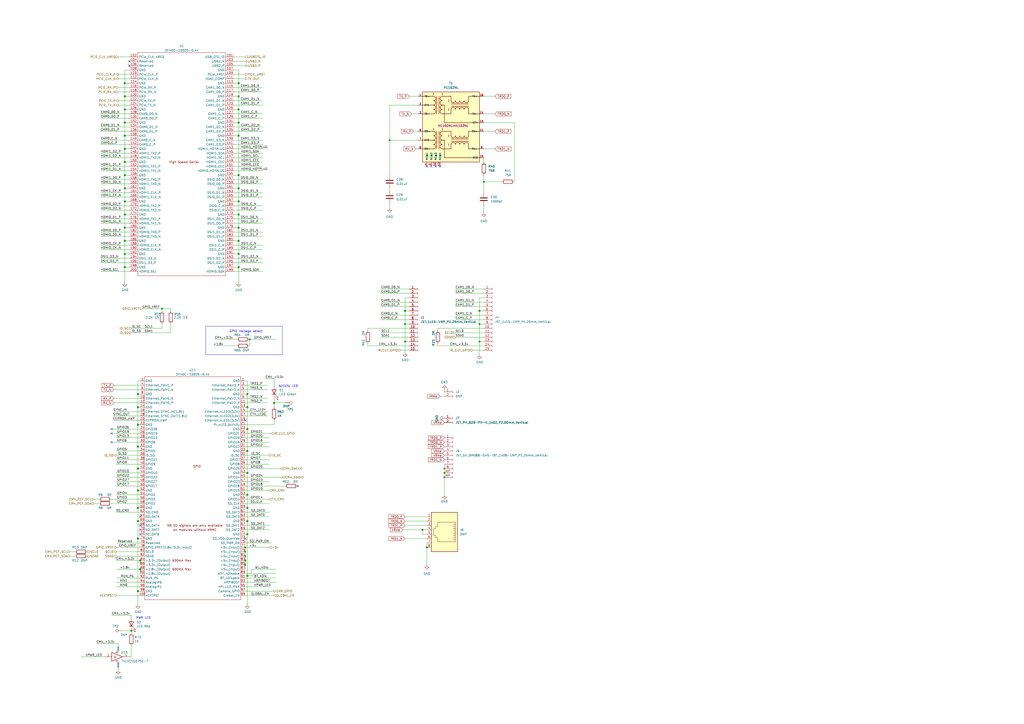
<source format=kicad_sch>
(kicad_sch (version 20231120) (generator "eeschema") (generator_version "8.0")
  (paper "A2")
  (junction (at 142.24 325.12))
  (junction (at 72.39 101.6) (diameter 1.016))
  (junction (at 72.39 139.7) (diameter 1.016))
  (junction (at 278.13 180.34) (diameter 1.016))
  (junction (at 72.39 93.98) (diameter 1.016))
  (junction (at 138.43 139.7) (diameter 1.016))
  (junction (at 234.95 187.96))
  (junction (at 72.39 78.74) (diameter 1.016))
  (junction (at 142.24 317.5))
  (junction (at 72.39 55.88) (diameter 1.016))
  (junction (at 138.43 101.6) (diameter 1.016))
  (junction (at 76.2 365.887) (diameter 1.016))
  (junction (at 143.51 309.88) (diameter 1.016))
  (junction (at 143.51 294.64) (diameter 1.016))
  (junction (at 159.004 233.68) (diameter 1.016))
  (junction (at 72.39 124.46) (diameter 1.016))
  (junction (at 143.51 287.02) (diameter 1.016))
  (junction (at 93.98 179.07))
  (junction (at 138.43 154.94) (diameter 1.016))
  (junction (at 143.51 302.26) (diameter 1.016))
  (junction (at 80.01 284.48) (diameter 1.016))
  (junction (at 72.39 109.22) (diameter 1.016))
  (junction (at 143.51 248.92) (diameter 1.016))
  (junction (at 280.67 105.41))
  (junction (at 80.01 271.78) (diameter 1.016))
  (junction (at 138.43 116.84) (diameter 1.016))
  (junction (at 138.43 147.32) (diameter 1.016))
  (junction (at 81.28 330.2) (diameter 1.016))
  (junction (at 81.28 325.12))
  (junction (at 72.39 154.94) (diameter 1.016))
  (junction (at 72.39 132.08) (diameter 1.016))
  (junction (at 138.43 78.74) (diameter 1.016))
  (junction (at 245.11 307.34))
  (junction (at 142.24 322.58))
  (junction (at 72.39 147.32) (diameter 1.016))
  (junction (at 138.43 48.26) (diameter 1.016))
  (junction (at 257.81 276.86))
  (junction (at 80.01 246.38) (diameter 1.016))
  (junction (at 138.43 63.5) (diameter 1.016))
  (junction (at 143.51 274.32) (diameter 1.016))
  (junction (at 80.01 294.64) (diameter 1.016))
  (junction (at 138.43 71.12) (diameter 1.016))
  (junction (at 138.43 132.08) (diameter 1.016))
  (junction (at 257.81 274.32))
  (junction (at 80.01 302.26) (diameter 1.016))
  (junction (at 138.43 109.22) (diameter 1.016))
  (junction (at 138.43 55.88) (diameter 1.016))
  (junction (at 142.24 327.66))
  (junction (at 72.39 48.26) (diameter 1.016))
  (junction (at 143.51 236.22) (diameter 1.016))
  (junction (at 234.95 180.34) (diameter 1.016))
  (junction (at 142.24 320.04))
  (junction (at 80.01 259.08) (diameter 1.016))
  (junction (at 143.51 261.62) (diameter 1.016))
  (junction (at 234.95 198.12))
  (junction (at 143.51 334.01) (diameter 1.016))
  (junction (at 138.43 124.46) (diameter 1.016))
  (junction (at 144.78 196.85) (diameter 1.016))
  (junction (at 278.13 187.96))
  (junction (at 80.01 228.6) (diameter 1.016))
  (junction (at 80.01 236.22) (diameter 1.016))
  (junction (at 72.39 116.84) (diameter 1.016))
  (junction (at 257.81 271.78))
  (junction (at 72.39 63.5) (diameter 1.016))
  (junction (at 278.13 198.12))
  (junction (at 247.65 317.5))
  (junction (at 80.01 312.42) (diameter 1.016))
  (junction (at 72.39 71.12) (diameter 1.016))
  (junction (at 226.06 81.28))
  (junction (at 143.51 228.6) (diameter 1.016))
  (junction (at 72.39 86.36) (diameter 1.016))
  (junction (at 80.01 342.9) (diameter 1.016))
  (no_connect (at 252.73 96.52))
  (no_connect (at 74.93 38.1))
  (no_connect (at 142.24 243.84))
  (no_connect (at 81.28 304.8))
  (no_connect (at 250.19 96.52))
  (no_connect (at 81.28 307.34))
  (no_connect (at 74.93 35.56))
  (no_connect (at 255.27 96.52))
  (no_connect (at 142.24 312.42))
  (no_connect (at 64.77 248.92))
  (no_connect (at 64.77 251.46))
  (no_connect (at 81.28 309.88))
  (no_connect (at 172.72 281.94))
  (no_connect (at 81.28 299.72))
  (no_connect (at 64.77 256.54))
  (no_connect (at 247.65 96.52))
  (wire (pts (xy 234.95 198.12) (xy 237.49 198.12)))
  (wire (pts (xy 159.004 223.52) (xy 159.004 219.71)))
  (wire (pts (xy 226.06 81.28) (xy 226.06 101.6)))
  (wire (pts (xy 142.24 238.76) (xy 155.194 238.76)))
  (wire (pts (xy 264.16 185.42) (xy 280.67 185.42)))
  (wire (pts (xy 135.89 116.84) (xy 138.43 116.84)))
  (wire (pts (xy 135.89 48.26) (xy 138.43 48.26)))
  (wire (pts (xy 68.58 45.72) (xy 74.93 45.72)))
  (wire (pts (xy 66.04 233.68) (xy 81.28 233.68)))
  (wire (pts (xy 135.89 38.1) (xy 142.24 38.1)))
  (wire (pts (xy 220.98 185.42) (xy 237.49 185.42)))
  (wire (pts (xy 142.24 226.06) (xy 155.194 226.06)))
  (wire (pts (xy 135.89 132.08) (xy 138.43 132.08)))
  (wire (pts (xy 67.31 297.18) (xy 81.28 297.18)))
  (wire (pts (xy 67.564 335.28) (xy 81.28 335.28)))
  (wire (pts (xy 280.67 105.41) (xy 280.67 111.76)))
  (wire (pts (xy 142.24 281.94) (xy 165.1 281.94)))
  (wire (pts (xy 138.43 40.64) (xy 135.89 40.64)))
  (wire (pts (xy 135.89 88.9) (xy 152.4 88.9)))
  (wire (pts (xy 76.2 374.65) (xy 76.2 381)))
  (wire (pts (xy 76.2 381) (xy 74.93 381)))
  (wire (pts (xy 76.2 365.887) (xy 76.2 367.03)))
  (wire (pts (xy 156.21 292.1) (xy 142.24 292.1)))
  (wire (pts (xy 81.28 236.22) (xy 80.01 236.22)))
  (wire (pts (xy 257.81 274.32) (xy 257.81 276.86)))
  (wire (pts (xy 67.31 279.4) (xy 81.28 279.4)))
  (wire (pts (xy 234.95 180.34) (xy 237.49 180.34)))
  (wire (pts (xy 68.58 33.02) (xy 74.93 33.02)))
  (wire (pts (xy 76.2 358.14) (xy 76.2 356.87)))
  (wire (pts (xy 234.95 312.42) (xy 247.65 312.42)))
  (wire (pts (xy 220.98 182.88) (xy 237.49 182.88)))
  (wire (pts (xy 80.01 271.78) (xy 80.01 284.48)))
  (wire (pts (xy 152.4 127) (xy 135.89 127)))
  (wire (pts (xy 135.89 66.04) (xy 152.4 66.04)))
  (wire (pts (xy 58.42 106.68) (xy 74.93 106.68)))
  (wire (pts (xy 135.89 101.6) (xy 138.43 101.6)))
  (wire (pts (xy 234.95 187.96) (xy 237.49 187.96)))
  (polyline (pts (xy 119.38 205.74) (xy 124.46 205.74)) (stroke (width 0) (type solid)))
  (wire (pts (xy 138.43 63.5) (xy 138.43 55.88)))
  (wire (pts (xy 143.51 302.26) (xy 143.51 309.88)))
  (wire (pts (xy 135.89 78.74) (xy 138.43 78.74)))
  (wire (pts (xy 74.93 154.94) (xy 72.39 154.94)))
  (wire (pts (xy 242.57 60.96) (xy 226.06 60.96)))
  (wire (pts (xy 237.49 193.04) (xy 220.98 193.04)))
  (wire (pts (xy 142.24 302.26) (xy 143.51 302.26)))
  (wire (pts (xy 72.39 109.22) (xy 74.93 109.22)))
  (wire (pts (xy 142.24 340.36) (xy 156.21 340.36)))
  (wire (pts (xy 80.01 302.26) (xy 80.01 312.42)))
  (wire (pts (xy 226.06 60.96) (xy 226.06 81.28)))
  (wire (pts (xy 213.36 190.5) (xy 237.49 190.5)))
  (wire (pts (xy 247.65 314.96) (xy 247.65 317.5)))
  (wire (pts (xy 143.51 274.32) (xy 143.51 287.02)))
  (wire (pts (xy 142.24 314.96) (xy 157.48 314.96)))
  (wire (pts (xy 142.24 317.5) (xy 142.24 320.04)))
  (wire (pts (xy 280.67 101.6) (xy 280.67 105.41)))
  (wire (pts (xy 142.24 307.34) (xy 156.21 307.34)))
  (wire (pts (xy 135.89 114.3) (xy 152.4 114.3)))
  (wire (pts (xy 135.89 142.24) (xy 152.4 142.24)))
  (wire (pts (xy 67.31 274.32) (xy 81.28 274.32)))
  (wire (pts (xy 232.41 203.2) (xy 237.49 203.2)))
  (wire (pts (xy 142.24 325.12) (xy 142.24 327.66)))
  (wire (pts (xy 72.39 116.84) (xy 74.93 116.84)))
  (wire (pts (xy 67.7672 314.96) (xy 81.28 314.96)))
  (wire (pts (xy 138.43 78.74) (xy 138.43 71.12)))
  (wire (pts (xy 58.42 83.82) (xy 74.93 83.82)))
  (wire (pts (xy 278.13 198.12) (xy 280.67 198.12)))
  (wire (pts (xy 135.89 91.44) (xy 152.4 91.44)))
  (wire (pts (xy 135.89 35.56) (xy 142.24 35.56)))
  (wire (pts (xy 138.43 139.7) (xy 138.43 147.32)))
  (wire (pts (xy 254 190.5) (xy 254 191.77)))
  (wire (pts (xy 72.39 139.7) (xy 74.93 139.7)))
  (wire (pts (xy 67.31 320.04) (xy 81.28 320.04)))
  (wire (pts (xy 142.24 233.68) (xy 155.194 233.68)))
  (wire (pts (xy 80.01 246.38) (xy 81.28 246.38)))
  (wire (pts (xy 124.46 196.85) (xy 137.16 196.85)))
  (wire (pts (xy 143.51 287.02) (xy 143.51 294.64)))
  (wire (pts (xy 67.31 345.44) (xy 81.28 345.44)))
  (wire (pts (xy 80.01 228.6) (xy 80.01 236.22)))
  (wire (pts (xy 58.42 99.06) (xy 74.93 99.06)))
  (wire (pts (xy 220.98 177.8) (xy 237.49 177.8)))
  (wire (pts (xy 142.24 228.6) (xy 143.51 228.6)))
  (wire (pts (xy 142.24 289.56) (xy 156.21 289.56)))
  (wire (pts (xy 72.39 139.7) (xy 72.39 147.32)))
  (wire (pts (xy 287.02 76.2) (xy 280.67 76.2)))
  (wire (pts (xy 135.89 119.38) (xy 152.4 119.38)))
  (wire (pts (xy 220.98 170.18) (xy 237.49 170.18)))
  (wire (pts (xy 81.28 342.9) (xy 80.01 342.9)))
  (wire (pts (xy 142.24 327.66) (xy 142.24 330.2)))
  (wire (pts (xy 54.61 292.1) (xy 57.15 292.1)))
  (wire (pts (xy 135.89 96.52) (xy 152.4 96.52)))
  (wire (pts (xy 213.36 200.66) (xy 237.49 200.66)))
  (wire (pts (xy 58.42 119.38) (xy 74.93 119.38)))
  (wire (pts (xy 255.27 229.87) (xy 257.81 229.87)))
  (wire (pts (xy 72.39 48.26) (xy 72.39 55.88)))
  (wire (pts (xy 254 200.66) (xy 280.67 200.66)))
  (wire (pts (xy 226.06 120.65) (xy 226.06 118.11)))
  (wire (pts (xy 241.3 86.36) (xy 242.57 86.36)))
  (wire (pts (xy 142.24 231.14) (xy 155.194 231.14)))
  (wire (pts (xy 74.93 50.8) (xy 68.58 50.8)))
  (wire (pts (xy 138.43 132.08) (xy 138.43 139.7)))
  (wire (pts (xy 278.13 172.72) (xy 278.13 180.34)))
  (wire (pts (xy 81.28 327.66) (xy 81.28 325.12)))
  (wire (pts (xy 64.77 289.56) (xy 81.28 289.56)))
  (wire (pts (xy 135.89 124.46) (xy 138.43 124.46)))
  (wire (pts (xy 58.42 73.66) (xy 74.93 73.66)))
  (wire (pts (xy 135.89 93.98) (xy 152.4 93.98)))
  (wire (pts (xy 257.81 269.24) (xy 257.81 271.78)))
  (wire (pts (xy 287.02 86.36) (xy 280.67 86.36)))
  (wire (pts (xy 280.67 193.04) (xy 264.16 193.04)))
  (wire (pts (xy 72.39 109.22) (xy 72.39 116.84)))
  (wire (pts (xy 76.2 193.04) (xy 99.06 193.04)))
  (wire (pts (xy 76.2 365.76) (xy 76.2 365.887)))
  (wire (pts (xy 152.4 50.8) (xy 135.89 50.8)))
  (wire (pts (xy 72.39 132.08) (xy 74.93 132.08)))
  (wire (pts (xy 58.42 68.58) (xy 74.93 68.58)))
  (wire (pts (xy 135.89 144.78) (xy 152.4 144.78)))
  (wire (pts (xy 58.42 111.76) (xy 74.93 111.76)))
  (wire (pts (xy 233.68 307.34) (xy 245.11 307.34)))
  (wire (pts (xy 234.95 187.96) (xy 234.95 198.12)))
  (wire (pts (xy 254 190.5) (xy 280.67 190.5)))
  (wire (pts (xy 58.42 66.04) (xy 74.93 66.04)))
  (wire (pts (xy 72.39 132.08) (xy 72.39 139.7)))
  (polyline (pts (xy 124.46 189.23) (xy 163.83 189.23)) (stroke (width 0) (type solid)))
  (wire (pts (xy 67.564 340.36) (xy 81.28 340.36)))
  (wire (pts (xy 278.13 187.96) (xy 280.67 187.96)))
  (wire (pts (xy 67.31 317.5) (xy 81.28 317.5)))
  (wire (pts (xy 152.4 129.54) (xy 135.89 129.54)))
  (wire (pts (xy 278.13 187.96) (xy 278.13 198.12)))
  (wire (pts (xy 58.42 152.4) (xy 74.93 152.4)))
  (wire (pts (xy 144.78 196.85) (xy 160.02 196.85)))
  (wire (pts (xy 81.28 330.2) (xy 81.534 330.2)))
  (wire (pts (xy 124.46 200.66) (xy 137.16 200.66)))
  (wire (pts (xy 152.4 53.34) (xy 135.89 53.34)))
  (wire (pts (xy 135.89 157.48) (xy 152.4 157.48)))
  (wire (pts (xy 58.42 137.16) (xy 74.93 137.16)))
  (wire (pts (xy 72.39 48.26) (xy 74.93 48.26)))
  (wire (pts (xy 67.31 287.02) (xy 81.28 287.02)))
  (wire (pts (xy 159.004 233.68) (xy 159.004 231.14)))
  (wire (pts (xy 213.36 190.5) (xy 213.36 191.77)))
  (wire (pts (xy 135.89 121.92) (xy 152.4 121.92)))
  (wire (pts (xy 142.24 335.28) (xy 160.02 335.28)))
  (wire (pts (xy 142.24 317.5) (xy 156.21 317.5)))
  (wire (pts (xy 152.4 134.62) (xy 135.89 134.62)))
  (wire (pts (xy 135.89 45.72) (xy 142.24 45.72)))
  (wire (pts (xy 80.01 259.08) (xy 81.28 259.08)))
  (wire (pts (xy 138.43 109.22) (xy 138.43 116.84)))
  (wire (pts (xy 280.67 119.38) (xy 280.67 123.19)))
  (wire (pts (xy 76.2 190.5) (xy 93.98 190.5)))
  (wire (pts (xy 64.77 248.92) (xy 81.28 248.92)))
  (wire (pts (xy 142.24 261.62) (xy 143.51 261.62)))
  (wire (pts (xy 247.65 309.88) (xy 245.11 309.88)))
  (wire (pts (xy 72.39 71.12) (xy 72.39 78.74)))
  (wire (pts (xy 40.64 322.58) (xy 43.18 322.58)))
  (wire (pts (xy 142.24 248.92) (xy 143.51 248.92)))
  (wire (pts (xy 142.24 322.58) (xy 142.24 325.12)))
  (wire (pts (xy 152.4 60.96) (xy 135.89 60.96)))
  (wire (pts (xy 58.42 81.28) (xy 74.93 81.28)))
  (wire (pts (xy 68.58 373.38) (xy 55.88 373.38)))
  (wire (pts (xy 68.58 60.96) (xy 74.93 60.96)))
  (wire (pts (xy 72.39 154.94) (xy 72.39 163.83)))
  (wire (pts (xy 135.89 99.06) (xy 152.4 99.06)))
  (wire (pts (xy 80.01 312.42) (xy 80.01 342.9)))
  (wire (pts (xy 237.49 195.58) (xy 220.98 195.58)))
  (wire (pts (xy 64.77 292.1) (xy 81.28 292.1)))
  (wire (pts (xy 66.04 241.3) (xy 81.28 241.3)))
  (wire (pts (xy 234.95 302.26) (xy 247.65 302.26)))
  (wire (pts (xy 257.81 271.78) (xy 257.81 274.32)))
  (wire (pts (xy 74.93 147.32) (xy 72.39 147.32)))
  (wire (pts (xy 67.31 264.16) (xy 81.28 264.16)))
  (wire (pts (xy 143.51 248.92) (xy 143.51 261.62)))
  (wire (pts (xy 72.39 71.12) (xy 74.93 71.12)))
  (wire (pts (xy 145.796 330.2) (xy 160.02 330.2)))
  (wire (pts (xy 135.89 63.5) (xy 138.43 63.5)))
  (wire (pts (xy 135.89 55.88) (xy 138.43 55.88)))
  (wire (pts (xy 99.06 179.07) (xy 93.98 179.07)))
  (wire (pts (xy 58.42 96.52) (xy 74.93 96.52)))
  (wire (pts (xy 144.78 196.85) (xy 144.78 200.66)))
  (wire (pts (xy 264.16 177.8) (xy 280.67 177.8)))
  (wire (pts (xy 143.51 294.64) (xy 143.51 302.26)))
  (wire (pts (xy 142.24 337.82) (xy 160.02 337.82)))
  (wire (pts (xy 142.24 264.16) (xy 156.21 264.16)))
  (wire (pts (xy 237.49 55.88) (xy 242.57 55.88)))
  (wire (pts (xy 142.24 33.02) (xy 135.89 33.02)))
  (wire (pts (xy 64.77 251.46) (xy 81.28 251.46)))
  (wire (pts (xy 58.42 149.86) (xy 74.93 149.86)))
  (wire (pts (xy 247.65 317.5) (xy 247.65 327.66)))
  (wire (pts (xy 58.42 76.2) (xy 74.93 76.2)))
  (wire (pts (xy 58.42 121.92) (xy 74.93 121.92)))
  (wire (pts (xy 66.04 226.06) (xy 81.28 226.06)))
  (wire (pts (xy 143.51 236.22) (xy 143.51 248.92)))
  (wire (pts (xy 66.04 223.52) (xy 81.28 223.52)))
  (wire (pts (xy 67.31 276.86) (xy 81.28 276.86)))
  (wire (pts (xy 142.24 294.64) (xy 143.51 294.64)))
  (polyline (pts (xy 124.46 189.23) (xy 119.38 189.23)) (stroke (width 0) (type solid)))
  (wire (pts (xy 145.796 332.74) (xy 145.796 330.2)))
  (wire (pts (xy 80.01 246.38) (xy 80.01 259.08)))
  (wire (pts (xy 234.95 172.72) (xy 237.49 172.72)))
  (wire (pts (xy 67.564 337.82) (xy 81.28 337.82)))
  (wire (pts (xy 142.24 332.74) (xy 145.796 332.74)))
  (wire (pts (xy 142.24 299.72) (xy 156.21 299.72)))
  (wire (pts (xy 71.1962 365.887) (xy 76.2 365.887)))
  (wire (pts (xy 142.24 220.98) (xy 143.51 220.98)))
  (wire (pts (xy 278.13 180.34) (xy 278.13 187.96)))
  (wire (pts (xy 72.39 86.36) (xy 72.39 93.98)))
  (wire (pts (xy 72.39 40.64) (xy 72.39 48.26)))
  (wire (pts (xy 68.58 383.54) (xy 68.58 388.62)))
  (wire (pts (xy 68.58 378.46) (xy 68.58 373.38)))
  (wire (pts (xy 135.89 111.76) (xy 152.4 111.76)))
  (wire (pts (xy 81.28 332.74) (xy 81.28 330.2)))
  (wire (pts (xy 142.24 266.7) (xy 156.21 266.7)))
  (wire (pts (xy 138.43 154.94) (xy 138.43 163.83)))
  (wire (pts (xy 40.64 320.04) (xy 43.18 320.04)))
  (wire (pts (xy 138.43 124.46) (xy 138.43 132.08)))
  (wire (pts (xy 142.24 271.78) (xy 162.56 271.78)))
  (wire (pts (xy 67.564 330.2) (xy 81.28 330.2)))
  (wire (pts (xy 138.43 101.6) (xy 138.43 109.22)))
  (wire (pts (xy 234.95 172.72) (xy 234.95 180.34)))
  (wire (pts (xy 278.13 180.34) (xy 280.67 180.34)))
  (wire (pts (xy 156.21 304.8) (xy 142.24 304.8)))
  (wire (pts (xy 58.42 127) (xy 74.93 127)))
  (wire (pts (xy 142.24 309.88) (xy 143.51 309.88)))
  (wire (pts (xy 298.45 71.12) (xy 298.45 105.41)))
  (wire (pts (xy 58.42 104.14) (xy 74.93 104.14)))
  (wire (pts (xy 152.4 106.68) (xy 135.89 106.68)))
  (wire (pts (xy 142.24 276.86) (xy 163.83 276.86)))
  (wire (pts (xy 58.42 88.9) (xy 74.93 88.9)))
  (wire (pts (xy 143.51 334.01) (xy 143.51 350.52)))
  (wire (pts (xy 264.16 170.18) (xy 280.67 170.18)))
  (wire (pts (xy 72.39 55.88) (xy 74.93 55.88)))
  (wire (pts (xy 138.43 55.88) (xy 138.43 48.26)))
  (wire (pts (xy 146.8882 334.01) (xy 146.8882 332.74)))
  (wire (pts (xy 58.42 142.24) (xy 74.93 142.24)))
  (wire (pts (xy 142.24 320.04) (xy 142.24 322.58)))
  (wire (pts (xy 143.51 220.98) (xy 143.51 228.6)))
  (wire (pts (xy 72.39 101.6) (xy 72.39 109.22)))
  (wire (pts (xy 67.31 266.7) (xy 81.28 266.7)))
  (wire (pts (xy 238.76 66.04) (xy 242.57 66.04)))
  (wire (pts (xy 67.31 269.24) (xy 81.28 269.24)))
  (wire (pts (xy 72.39 93.98) (xy 74.93 93.98)))
  (wire (pts (xy 138.43 147.32) (xy 138.43 154.94)))
  (wire (pts (xy 72.39 63.5) (xy 72.39 71.12)))
  (wire (pts (xy 72.39 78.74) (xy 74.93 78.74)))
  (wire (pts (xy 153.924 219.71) (xy 159.004 219.71)))
  (wire (pts (xy 72.39 93.98) (xy 72.39 101.6)))
  (wire (pts (xy 234.95 198.12) (xy 234.95 204.47)))
  (wire (pts (xy 143.51 228.6) (xy 143.51 236.22)))
  (wire (pts (xy 72.39 124.46) (xy 74.93 124.46)))
  (wire (pts (xy 138.43 78.74) (xy 138.43 101.6)))
  (wire (pts (xy 81.28 220.98) (xy 80.01 220.98)))
  (wire (pts (xy 135.89 139.7) (xy 138.43 139.7)))
  (wire (pts (xy 152.4 83.82) (xy 135.89 83.82)))
  (wire (pts (xy 135.89 73.66) (xy 152.4 73.66)))
  (wire (pts (xy 165.354 233.68) (xy 159.004 233.68)))
  (wire (pts (xy 142.24 342.9) (xy 158.75 342.9)))
  (wire (pts (xy 220.98 175.26) (xy 237.49 175.26)))
  (wire (pts (xy 99.06 180.34) (xy 99.06 179.07)))
  (wire (pts (xy 143.51 261.62) (xy 143.51 274.32)))
  (wire (pts (xy 142.24 345.44) (xy 158.75 345.44)))
  (wire (pts (xy 80.01 294.64) (xy 81.28 294.64)))
  (wire (pts (xy 80.01 294.64) (xy 80.01 302.26)))
  (wire (pts (xy 274.32 203.2) (xy 280.67 203.2)))
  (wire (pts (xy 66.04 238.76) (xy 81.28 238.76)))
  (wire (pts (xy 280.67 105.41) (xy 290.83 105.41)))
  (wire (pts (xy 74.93 40.64) (xy 72.39 40.64)))
  (wire (pts (xy 264.16 167.64) (xy 280.67 167.64)))
  (wire (pts (xy 234.95 304.8) (xy 247.65 304.8)))
  (wire (pts (xy 152.4 104.14) (xy 135.89 104.14)))
  (wire (pts (xy 280.67 91.44) (xy 280.67 93.98)))
  (wire (pts (xy 135.89 152.4) (xy 152.4 152.4)))
  (wire (pts (xy 80.01 312.42) (xy 81.28 312.42)))
  (wire (pts (xy 58.42 157.48) (xy 74.93 157.48)))
  (wire (pts (xy 54.61 289.56) (xy 57.15 289.56)))
  (wire (pts (xy 280.67 195.58) (xy 264.16 195.58)))
  (wire (pts (xy 72.39 101.6) (xy 74.93 101.6)))
  (wire (pts (xy 240.03 76.2) (xy 242.57 76.2)))
  (wire (pts (xy 74.93 53.34) (xy 68.58 53.34)))
  (wire (pts (xy 287.02 66.04) (xy 280.67 66.04)))
  (wire (pts (xy 58.42 91.44) (xy 74.93 91.44)))
  (wire (pts (xy 80.01 342.9) (xy 80.01 350.52)))
  (wire (pts (xy 226.06 110.49) (xy 226.06 109.22)))
  (wire (pts (xy 234.95 180.34) (xy 234.95 187.96)))
  (wire (pts (xy 142.24 241.3) (xy 155.194 241.3)))
  (wire (pts (xy 138.43 71.12) (xy 138.43 63.5)))
  (wire (pts (xy 80.01 284.48) (xy 80.01 294.64)))
  (wire (pts (xy 93.98 180.34) (xy 93.98 179.07)))
  (wire (pts (xy 135.89 68.58) (xy 152.4 68.58)))
  (wire (pts (xy 142.24 259.08) (xy 156.21 259.08)))
  (wire (pts (xy 264.16 182.88) (xy 280.67 182.88)))
  (wire (pts (xy 280.67 71.12) (xy 298.45 71.12)))
  (wire (pts (xy 257.81 276.86) (xy 257.81 287.02)))
  (wire (pts (xy 138.43 116.84) (xy 138.43 124.46)))
  (wire (pts (xy 64.77 256.54) (xy 81.28 256.54)))
  (wire (pts (xy 142.24 287.02) (xy 143.51 287.02)))
  (wire (pts (xy 99.06 193.04) (xy 99.06 187.96)))
  (wire (pts (xy 245.11 309.88) (xy 245.11 307.34)))
  (wire (pts (xy 67.31 325.12) (xy 81.28 325.12)))
  (wire (pts (xy 142.24 274.32) (xy 143.51 274.32)))
  (wire (pts (xy 234.95 299.72) (xy 247.65 299.72)))
  (wire (pts (xy 46.99 381) (xy 60.96 381)))
  (wire (pts (xy 72.39 147.32) (xy 72.39 154.94)))
  (polyline (pts (xy 163.83 189.23) (xy 163.83 205.74)) (stroke (width 0) (type solid)))
  (wire (pts (xy 152.4 81.28) (xy 135.89 81.28)))
  (wire (pts (xy 135.89 109.22) (xy 138.43 109.22)))
  (wire (pts (xy 72.39 116.84) (xy 72.39 124.46)))
  (wire (pts (xy 142.24 254) (xy 156.21 254)))
  (wire (pts (xy 278.13 198.12) (xy 278.13 205.74)))
  (wire (pts (xy 159.004 246.38) (xy 159.004 243.84)))
  (wire (pts (xy 68.58 43.18) (xy 74.93 43.18)))
  (polyline (pts (xy 119.38 205.74) (xy 119.38 189.23)) (stroke (width 0) (type solid)))
  (wire (pts (xy 146.8882 332.74) (xy 160.02 332.74)))
  (wire (pts (xy 135.89 86.36) (xy 152.4 86.36)))
  (wire (pts (xy 72.39 124.46) (xy 72.39 132.08)))
  (wire (pts (xy 72.39 86.36) (xy 74.93 86.36)))
  (wire (pts (xy 143.51 334.01) (xy 146.8882 334.01)))
  (wire (pts (xy 142.24 251.46) (xy 157.48 251.46)))
  (wire (pts (xy 58.42 134.62) (xy 74.93 134.62)))
  (wire (pts (xy 254 199.39) (xy 254 200.66)))
  (wire (pts (xy 142.24 256.54) (xy 156.21 256.54)))
  (polyline (pts (xy 163.83 205.74) (xy 124.46 205.74)) (stroke (width 0) (type solid)))
  (wire (pts (xy 81.28 228.6) (xy 80.01 228.6)))
  (wire (pts (xy 68.58 58.42) (xy 74.93 58.42)))
  (wire (pts (xy 156.21 297.18) (xy 142.24 297.18)))
  (wire (pts (xy 72.39 78.74) (xy 72.39 86.36)))
  (wire (pts (xy 226.06 81.28) (xy 242.57 81.28)))
  (wire (pts (xy 67.31 322.58) (xy 81.28 322.58)))
  (wire (pts (xy 142.24 284.48) (xy 156.21 284.48)))
  (wire (pts (xy 93.98 187.96) (xy 93.98 190.5)))
  (wire (pts (xy 213.36 199.39) (xy 213.36 200.66)))
  (wire (pts (xy 142.24 236.22) (xy 143.51 236.22)))
  (wire (pts (xy 257.81 226.06) (xy 257.81 227.33)))
  (wire (pts (xy 80.01 259.08) (xy 80.01 271.78)))
  (wire (pts (xy 66.04 243.84) (xy 81.28 243.84)))
  (wire (pts (xy 135.89 43.18) (xy 142.24 43.18)))
  (wire (pts (xy 82.55 179.07) (xy 93.98 179.07)))
  (wire (pts (xy 142.24 246.38) (xy 159.004 246.38)))
  (wire (pts (xy 142.24 269.24) (xy 156.21 269.24)))
  (wire (pts (xy 135.89 76.2) (xy 152.4 76.2)))
  (wire (pts (xy 67.31 254) (xy 81.28 254)))
  (wire (pts (xy 58.42 129.54) (xy 74.93 129.54)))
  (wire (pts (xy 80.01 220.98) (xy 80.01 228.6)))
  (wire (pts (xy 135.89 154.94) (xy 138.43 154.94)))
  (wire (pts (xy 80.01 284.48) (xy 81.28 284.48)))
  (wire (pts (xy 245.11 307.34) (xy 247.65 307.34)))
  (wire (pts (xy 220.98 167.64) (xy 237.49 167.64)))
  (wire (pts (xy 278.13 172.72) (xy 280.67 172.72)))
  (wire (pts (xy 152.4 58.42) (xy 135.89 58.42)))
  (wire (pts (xy 72.39 63.5) (xy 74.93 63.5)))
  (wire (pts (xy 66.04 231.14) (xy 81.28 231.14)))
  (wire (pts (xy 142.24 279.4) (xy 156.21 279.4)))
  (wire (pts (xy 58.42 144.78) (xy 74.93 144.78)))
  (wire (pts (xy 135.89 147.32) (xy 138.43 147.32)))
  (wire (pts (xy 76.2 356.87) (xy 64.77 356.87)))
  (wire (pts (xy 58.42 114.3) (xy 74.93 114.3)))
  (wire (pts (xy 143.51 309.88) (xy 143.51 334.01)))
  (wire (pts (xy 67.31 261.62) (xy 81.28 261.62)))
  (wire (pts (xy 159.004 236.22) (xy 159.004 233.68)))
  (wire (pts (xy 152.4 137.16) (xy 135.89 137.16)))
  (wire (pts (xy 80.01 302.26) (xy 81.28 302.26)))
  (wire (pts (xy 138.43 48.26) (xy 138.43 40.64)))
  (wire (pts (xy 72.39 55.88) (xy 72.39 63.5)))
  (wire (pts (xy 135.89 149.86) (xy 152.4 149.86)))
  (wire (pts (xy 135.89 71.12) (xy 138.43 71.12)))
  (wire (pts (xy 142.24 223.52) (xy 155.194 223.52)))
  (wire (pts (xy 67.31 281.94) (xy 81.28 281.94)))
  (wire (pts (xy 264.16 175.26) (xy 280.67 175.26)))
  (wire (pts (xy 80.01 271.78) (xy 81.28 271.78)))
  (wire (pts (xy 80.01 236.22) (xy 80.01 246.38)))
  (wire (pts (xy 287.02 55.88) (xy 280.67 55.88)))
  (text "Activity LED" (at 161.544 224.79 0) (effects (font (size 1.27 1.27)) (justify left bottom)))
  (text "PWR LED" (at 78.867 359.283 0) (effects (font (size 1.27 1.27)) (justify left bottom)))
  (text "GPIO Voltage select\n" (at 152.4 193.04 0) (effects (font (size 1.27 1.27)) (justify right bottom)))
  (label "CAM0_D1_P" (at 220.98 177.8 0))
  (label "ETH_LEDG" (at 145.034 241.3 0))
  (label "CAM0_D0_N" (at 220.98 167.64 0))
  (label "CAM1_C_P" (at 264.16 185.42 0))
  (label "GPIO6" (at 73.66 256.54 180))
  (label "TRD2_N" (at 145.034 231.14 0))
  (label "GPIO4" (at 73.66 287.02 180))
  (label "GPIO_VREF" (at 82.55 179.07 0))
  (label "CAM1_C_P" (at 139.7 68.58 0))
  (label "GPIO18" (at 152.4 281.94 180))
  (label "CM4_+3.3v" (at 67.31 325.12 0))
  (label "SD_CMD" (at 74.93 297.18 180))
  (label "EEPROM_nWP" (at 78.232 243.84 180))
  (label "GPIO17" (at 74.93 281.94 180))
  (label "HDMI0_D2_N" (at 58.42 121.92 0))
  (label "GPIO15" (at 152.4 284.48 180))
  (label "RUN_PG" (at 77.724 335.28 180))
  (label "CAM1_D1_P" (at 150.495 60.96 180))
  (label "GPIO8" (at 151.13 269.24 180))
  (label "CAM0_C_N" (at 220.98 182.88 0))
  (label "GPIO24" (at 152.4 276.86 180))
  (label "DSI0_C_N" (at 139.7 119.38 0))
  (label "GPIO10" (at 74.93 274.32 180))
  (label "nRPIBOOT" (at 156.6672 337.82 180))
  (label "+1.8v" (at 75.184 330.2 180))
  (label "SD_DAT3" (at 153.67 297.18 180))
  (label "SYNC_IN" (at 73.66 238.76 180))
  (label "CAM0_C_P" (at 58.42 83.82 0))
  (label "CAM1_C_N" (at 139.7 66.04 0))
  (label "CAM1_C_N" (at 264.16 182.88 0))
  (label "HDMI1_HOTPLUG" (at 139.7 86.36 0))
  (label "HDMI0_CK_N" (at 58.42 144.78 0))
  (label "GPIO20" (at 152.4 254 180))
  (label "DSI0_D1_P" (at 139.7 114.3 0))
  (label "SD_DAT1" (at 153.67 304.8 180))
  (label "HDMI1_D2_P" (at 58.42 88.9 0))
  (label "CAM0_D0_P" (at 58.42 68.58 0))
  (label "GPIO7" (at 151.13 266.7 180))
  (label "HDMI0_CK_P" (at 58.42 142.24 0))
  (label "SCL1" (at 83.82 190.5 0))
  (label "DSI1_D3_N" (at 58.42 149.86 0))
  (label "Reserved" (at 76.835 314.96 180))
  (label "SD_PWR_ON" (at 144.78 314.96 0))
  (label "HDMI0_D0_N" (at 58.42 137.16 0))
  (label "ETH_LEDY" (at 145.034 238.76 0))
  (label "ID_SC" (at 151.13 264.16 180))
  (label "CAM0_D1_N" (at 220.98 175.26 0))
  (label "HDMI1_SCL" (at 139.7 91.44 0))
  (label "AIN1" (at 73.914 337.82 180))
  (label "DSI1_D1_N" (at 149.86 134.62 180))
  (label "CM4_+3.3v" (at 124.46 196.85 0))
  (label "SCL0" (at 264.16 193.04 0))
  (label "CAM0_D1_N" (at 58.42 73.66 0))
  (label "HDMI1_CEC" (at 139.7 93.98 0))
  (label "SDA0" (at 264.16 195.58 0))
  (label "ID_SD" (at 73.66 264.16 180))
  (label "DSI1_D2_N" (at 139.7 149.86 0))
  (label "CAM1_D0_P" (at 264.16 170.18 0))
  (label "SCL1" (at 226.06 193.04 180))
  (label "CAM1_D2_N" (at 139.7 73.66 0))
  (label "GPIO25" (at 152.4 271.78 180))
  (label "+1.8v" (at 129.54 200.66 180))
  (label "CAM1_D3_P" (at 150.495 83.82 180))
  (label "DSI1_C_P" (at 139.7 144.78 0))
  (label "CAM1_D1_N" (at 150.495 58.42 180))
  (label "CAM0_D1_P" (at 58.42 76.2 0))
  (label "CM4_+3.3v" (at 260.9089 200.66 0))
  (label "CAM1_D1_N" (at 264.16 175.26 0))
  (label "GPIO3" (at 73.66 289.56 180))
  (label "DSI0_C_P" (at 139.7 121.92 0))
  (label "BT_nDis" (at 154.7876 335.28 180))
  (label "HDMI0_HOTPLUG" (at 139.7 99.06 0))
  (label "DSI1_D0_N" (at 149.86 127 180))
  (label "HDMI0_D2_P" (at 58.42 119.38 0))
  (label "DSI1_D2_P" (at 139.7 152.4 0))
  (label "ID_SD" (at 81.788 193.04 180))
  (label "GPIO19" (at 74.93 251.46 180))
  (label "nPWR_LED" (at 49.53 381 0))
  (label "CAM0_D0_P" (at 220.98 170.18 0))
  (label "TRD2_P" (at 145.034 233.68 0))
  (label "CAM0_C_N" (at 58.42 81.28 0))
  (label "HDMI0_SDA" (at 139.7 157.48 0))
  (label "HDMI1_D0_P" (at 58.42 104.14 0))
  (label "GPIO_VREF" (at 147.32 196.85 0))
  (label "GLOBAL_EN" (at 156.21 345.44 180))
  (label "+5v" (at 148.59 317.5 180))
  (label "CAM1_D0_N" (at 264.16 167.64 0))
  (label "GPIO_VREF" (at 68.834 317.5 0))
  (label "HDMI1_SDA" (at 139.7 88.9 0))
  (label "DSI0_D1_N" (at 139.7 111.76 0))
  (label "DSI1_C_N" (at 139.7 142.24 0))
  (label "HDMI1_D1_P" (at 58.42 96.52 0))
  (label "SD_CLK" (at 152.4 292.1 180))
  (label "AIN0" (at 73.914 340.36 180))
  (label "WL_nDis" (at 155.575 330.2 180))
  (label "GPIO23" (at 152.4 279.4 180))
  (label "SYNC_OUT" (at 75.184 241.3 180))
  (label "CAM1_D3_N" (at 150.495 81.28 180))
  (label "DSI1_D1_P" (at 149.86 137.16 180))
  (label "GPIO13" (at 74.93 254 180))
  (label "HDMI1_D0_N" (at 58.42 106.68 0))
  (label "SDA1" (at 226.06 195.58 180))
  (label "CM4_+3.3v" (at 153.924 219.71 0))
  (label "GPIO2" (at 73.66 292.1 180))
  (label "GPIO27" (at 74.93 279.4 180))
  (label "SD_DAT2" (at 153.67 307.34 180))
  (label "CAM1_D0_P" (at 150.495 53.34 180))
  (label "CAM1_D0_N" (at 150.495 50.8 180))
  (label "HDMI0_D0_P" (at 58.42 134.62 0))
  (label "GPIO11" (at 74.93 266.7 180))
  (label "HDMI0_SCL" (at 58.42 157.48 0))
  (label "HDMI1_CK_P" (at 58.42 111.76 0))
  (label "HDMI1_D2_N" (at 58.42 91.44 0))
  (label "HDMI1_CK_N" (at 58.42 114.3 0))
  (label "CAM0_D0_N" (at 58.42 66.04 0))
  (label "CAM0_C_P" (at 220.98 185.42 0))
  (label "CM4_+3.3v" (at 64.77 356.87 0))
  (label "TRD3_N" (at 145.034 226.06 0))
  (label "DSI0_D0_N" (at 149.86 104.14 180))
  (label "HDMI1_D1_N" (at 58.42 99.06 0))
  (label "TRD3_P" (at 145.034 223.52 0))
  (label "CAM1_D2_P" (at 139.7 76.2 0))
  (label "HDMI0_D1_P" (at 58.42 127 0))
  (label "DSI1_D0_P" (at 149.86 129.54 180))
  (label "HDMI0_CEC" (at 139.7 96.52 0))
  (label "ID_SC" (at 81.788 190.5 180))
  (label "GPIO12" (at 152.4 259.08 180))
  (label "CM4_+3.3v" (at 55.88 373.38 0))
  (label "nPWR_LED" (at 147.32 340.36 0))
  (label "SD_DAT0" (at 153.67 299.72 180))
  (label "DSI0_D0_P" (at 149.86 106.68 180))
  (label "CAM1_D1_P" (at 264.16 177.8 0))
  (label "GPIO22" (at 74.93 276.86 180))
  (label "DSI1_D3_P" (at 58.42 152.4 0))
  (label "GPIO9" (at 73.66 269.24 180))
  (label "GPIO5" (at 73.66 261.62 180))
  (label "GPIO21" (at 152.4 251.46 180))
  (label "GPIO16" (at 152.4 256.54 180))
  (label "HDMI0_D1_N" (at 58.42 129.54 0))
  (label "GPIO26" (at 74.93 248.92 180))
  (label "GPIO14" (at 152.4 289.56 180))
  (label "SDA1" (at 83.82 193.04 0))
  (label "CM4_+3.3v" (at 219.71 200.66 0))
  (global_label "RX_N" (shape input) (at 241.3 86.36 180) (property "Intersheetrefs" "${INTERSHEET_REFS}" (effects (hide yes))))
  (global_label "TRD0_P" (shape input) (at 287.02 55.88 0) (property "Intersheetrefs" "${INTERSHEET_REFS}" (effects (hide yes))))
  (global_label "RX_P" (shape input) (at 66.04 231.14 180) (property "Intersheetrefs" "${INTERSHEET_REFS}" (effects (hide yes))))
  (global_label "TRD1_N" (shape input) (at 287.02 86.36 0) (property "Intersheetrefs" "${INTERSHEET_REFS}" (effects (hide yes))))
  (global_label "VRAW" (shape input) (at 257.81 245.11 180) (property "Intersheetrefs" "${INTERSHEET_REFS}" (effects (hide yes))))
  (global_label "TX_N" (shape input) (at 238.76 66.04 180) (property "Intersheetrefs" "${INTERSHEET_REFS}" (effects (hide yes))))
  (global_label "RX_P" (shape input) (at 240.03 76.2 180) (property "Intersheetrefs" "${INTERSHEET_REFS}" (effects (hide yes))))
  (global_label "VRAW" (shape input) (at 233.68 307.34 180) (property "Intersheetrefs" "${INTERSHEET_REFS}" (effects (hide yes))))
  (global_label "TRD0_P" (shape input) (at 257.81 254 180) (property "Intersheetrefs" "${INTERSHEET_REFS}" (effects (hide yes))))
  (global_label "RX_N" (shape input) (at 66.04 233.68 180) (property "Intersheetrefs" "${INTERSHEET_REFS}" (effects (hide yes))))
  (global_label "TX_P" (shape input) (at 66.04 223.52 180) (property "Intersheetrefs" "${INTERSHEET_REFS}" (effects (hide yes))))
  (global_label "TRD1_N" (shape input) (at 257.81 266.7 180) (property "Intersheetrefs" "${INTERSHEET_REFS}" (effects (hide yes))))
  (global_label "TRD1_N" (shape input) (at 234.95 312.42 180) (property "Intersheetrefs" "${INTERSHEET_REFS}" (effects (hide yes))))
  (global_label "TRD1_P" (shape input) (at 234.95 304.8 180) (property "Intersheetrefs" "${INTERSHEET_REFS}" (effects (hide yes))))
  (global_label "TRD0_N" (shape input) (at 257.81 256.54 180) (property "Intersheetrefs" "${INTERSHEET_REFS}" (effects (hide yes))))
  (global_label "TRD0_N" (shape input) (at 287.02 66.04 0) (property "Intersheetrefs" "${INTERSHEET_REFS}" (effects (hide yes))))
  (global_label "TX_P" (shape input) (at 237.49 55.88 180) (property "Intersheetrefs" "${INTERSHEET_REFS}" (effects (hide yes))))
  (global_label "TRD1_P" (shape input) (at 257.81 259.08 180) (property "Intersheetrefs" "${INTERSHEET_REFS}" (effects (hide yes))))
  (global_label "TRD1_P" (shape input) (at 287.02 76.2 0) (property "Intersheetrefs" "${INTERSHEET_REFS}" (effects (hide yes))))
  (global_label "TRD0_N" (shape input) (at 234.95 302.26 180) (property "Intersheetrefs" "${INTERSHEET_REFS}" (effects (hide yes))))
  (global_label "TRD0_P" (shape input) (at 234.95 299.72 180) (property "Intersheetrefs" "${INTERSHEET_REFS}" (effects (hide yes))))
  (global_label "TX_N" (shape input) (at 66.04 226.06 180) (property "Intersheetrefs" "${INTERSHEET_REFS}" (effects (hide yes))))
  (global_label "VRAW" (shape input) (at 255.27 229.87 180) (property "Intersheetrefs" "${INTERSHEET_REFS}" (effects (hide yes))))
  (global_label "VRAW" (shape input) (at 257.81 264.16 180) (property "Intersheetrefs" "${INTERSHEET_REFS}" (effects (hide yes))))
  (global_label "VRAW" (shape input) (at 257.81 261.62 180) (property "Intersheetrefs" "${INTERSHEET_REFS}" (effects (hide yes))))
  (hierarchical_label "PCIE_RX_P" (shape input) (at 68.58 50.8 180))
  (hierarchical_label "IR_CUT_GPIO" (shape input) (at 232.41 203.2 180))
  (hierarchical_label "PCIE_CLK_P" (shape output) (at 68.58 43.18 180))
  (hierarchical_label "CM4_PCF_SDA" (shape input) (at 54.61 292.1 180))
  (hierarchical_label "PCIE_RX_N" (shape input) (at 68.58 53.34 180))
  (hierarchical_label "CM4_SWDIO" (shape input) (at 163.83 276.86 0))
  (hierarchical_label "SDA0" (shape output) (at 50.8 322.58 0))
  (hierarchical_label "GLOBAL_EN" (shape input) (at 158.75 345.44 0))
  (hierarchical_label "SDA0" (shape input) (at 264.16 195.58 180))
  (hierarchical_label "USB2_N" (shape bidirectional) (at 142.24 35.56 0))
  (hierarchical_label "CM4_PCF_SCL" (shape input) (at 54.61 289.56 180))
  (hierarchical_label "CAM_GPIO" (shape output) (at 158.75 342.9 0))
  (hierarchical_label "IR_CUT_GPIO" (shape input) (at 157.48 251.46 0))
  (hierarchical_label "ID_SC" (shape output) (at 156.21 264.16 0))
  (hierarchical_label "CM4_PCF_SDA" (shape input) (at 40.64 322.58 180))
  (hierarchical_label "PCIE_TX_P" (shape output) (at 68.58 58.42 180))
  (hierarchical_label "GPIO_VREF" (shape input) (at 82.55 179.07 180))
  (hierarchical_label "GPIO_VREF" (shape output) (at 67.31 317.5 180))
  (hierarchical_label "SDA0" (shape output) (at 67.31 322.58 180))
  (hierarchical_label "nEXTRST" (shape output) (at 67.31 345.44 180))
  (hierarchical_label "CM4_SWCLK" (shape input) (at 162.56 271.78 0))
  (hierarchical_label "TV_OUT" (shape output) (at 142.24 45.72 0))
  (hierarchical_label "SCL0" (shape output) (at 67.31 320.04 180))
  (hierarchical_label "USB2_P" (shape bidirectional) (at 142.24 38.1 0))
  (hierarchical_label "ID_SC" (shape input) (at 76.2 190.5 180))
  (hierarchical_label "IR_CUT_GPIO" (shape input) (at 274.32 203.2 180))
  (hierarchical_label "USBOTG_ID" (shape input) (at 142.24 33.02 0))
  (hierarchical_label "ID_SD" (shape input) (at 76.2 193.04 180))
  (hierarchical_label "ID_SD" (shape output) (at 67.31 264.16 180))
  (hierarchical_label "+5v" (shape input) (at 156.21 317.5 0))
  (hierarchical_label "SCL0" (shape output) (at 50.8 320.04 0))
  (hierarchical_label "SCL0" (shape input) (at 264.16 193.04 180))
  (hierarchical_label "PCIE_TX_N" (shape output) (at 68.58 60.96 180))
  (hierarchical_label "RX_CM4" (shape input) (at 156.21 284.48 0))
  (hierarchical_label "TX_CM4" (shape input) (at 156.21 289.56 0))
  (hierarchical_label "PCIE_nRST" (shape output) (at 142.24 43.18 0))
  (hierarchical_label "PCIE_CLK_N" (shape output) (at 68.58 45.72 180))
  (hierarchical_label "CM4_PCF_SCL" (shape input) (at 40.64 320.04 180))
  (hierarchical_label "PCIE_CLK_nREQ" (shape input) (at 68.58 33.02 180))
  (symbol (lib_id "CM4IO1:CM4_Connector_Unit_A") (at 63.5 274.32 0) (unit 1)
    (property "Reference" "U11" (at 111.76 214.63 0))
    (property "Value" "DF40C-100DS-0.4V" (at 111.76 217.17 0))
    (property "Footprint" "CM4_UnitA:DF40C-100DS-0.4V_CM4_Unit_A" (effects (hide yes)))
    (property "Link" "https://www.lcsc.com/product-detail/Mezzanine-Connectors-Board-to-Board_HRS-Hirose-DF40C-100DS-0-4V-51_C597931.html" (effects (hide yes)))
    (property "MPN" "DF40C-100DS-0.4V(51)" (effects (hide yes)))
  )
  (symbol (lib_id "power:GND") (at 68.58 388.62 0) (unit 1)
    (property "Reference" "#PWR014" (effects (hide yes)))
    (property "Value" "GND" (at 68.707 393.0142 0))
  )
  (symbol (lib_id "power:GND") (at 138.43 163.83 0) (unit 1)
    (property "Reference" "#PWR09" (effects (hide yes)))
    (property "Value" "GND" (at 138.557 168.2242 0))
  )
  (symbol (lib_id "Device:R") (at 46.99 322.58 90) (unit 1)
    (property "Reference" "R12" (at 45.72 325.12 90) (effects (justify left)))
    (property "Value" "DNP" (at 50.8 325.12 90) (effects (justify left)))
    (property "Footprint" "Resistor_SMD:R_0603_1608Metric" (effects (hide yes)))
    (property "Datasheet" "https://fscdn.rohm.com/en/products/databook/datasheet/passive/resistor/chip_resistor/mcr-e.pdf" (effects (hide yes)))
    (property "Field4" "Farnell" (effects (hide yes)))
    (property "Field5" "9233750" (effects (hide yes)))
    (property "Field7" "Rohm" (effects (hide yes)))
    (property "Field6" "MCR10EZPJ000" (effects (hide yes)))
    (property "Part Description" "Resistor 0R M2012 5% " (effects (hide yes)))
    (property "Field8" "121629591" (effects (hide yes)))
  )
  (symbol (lib_id "Device:LED") (at 76.2 361.95 90) (unit 1)
    (property "Reference" "D2" (at 79.1718 360.9594 90) (effects (justify right)))
    (property "Value" "LED Red" (at 79.1718 363.2708 90) (effects (justify right)))
    (property "Footprint" "LED_SMD:LED_0603_1608Metric" (effects (hide yes)))
    (property "Datasheet" "http://optoelectronics.liteon.com/upload/download/DS22-2000-210/LTST-S270KRKT.pdf" (effects (hide yes)))
    (property "Field4" "Digikey " (effects (hide yes)))
    (property "Field5" "	LTST-S270KRKT" (effects (hide yes)))
    (property "Field6" "SML-A12U8TT86Q" (effects (hide yes)))
    (property "Field7" "Rohm" (effects (hide yes)))
    (property "Field8" "650295101" (effects (hide yes)))
    (property "Part Description" "	Red 620nm LED Indication - Discrete 2.2V 2-SMD, No Lead" (effects (hide yes)))
    (property "Link" "https://www.lcsc.com/product-detail/Light-Emitting-Diodes-span-style-background-color-ff0-LED-span_ARKLED-Wuxi-ARK-Tech-Elec-D-060306R1-SS2-L_C118330.html" (effects (hide yes)))
    (property "MPN" "D-060306R1/SS2/L" (effects (hide yes)))
  )
  (symbol (lib_id "power:GND") (at 226.06 120.65 0) (unit 1)
    (property "Reference" "#PWR05" (effects (hide yes)))
    (property "Value" "GND" (at 226.06 125.73 0))
  )
  (symbol (lib_id "power:GND") (at 143.51 350.52 0) (unit 1)
    (property "Reference" "#PWR011" (effects (hide yes)))
    (property "Value" "GND" (at 143.637 354.9142 0))
  )
  (symbol (lib_id "Device:LED") (at 159.004 227.33 90) (unit 1)
    (property "Reference" "D1" (at 161.9758 226.3394 90) (effects (justify right)))
    (property "Value" "LED Green" (at 161.9758 228.6508 90) (effects (justify right)))
    (property "Footprint" "LED_SMD:LED_0603_1608Metric" (effects (hide yes)))
    (property "Datasheet" "http://optoelectronics.liteon.com/upload/download/DS22-2000-226/LTST-S270KGKT.pdf" (effects (hide yes)))
    (property "Field4" "Digikey " (effects (hide yes)))
    (property "Field5" "LTST-S270KGKT" (effects (hide yes)))
    (property "Field6" "SML-A12M8TT86N" (effects (hide yes)))
    (property "Field7" "Rohm" (effects (hide yes)))
    (property "Field8" "650263301" (effects (hide yes)))
    (property "Part Description" "	Green 572nm LED Indication - Discrete 2.2V 2-SMD, No Lead" (effects (hide yes)))
    (property "Link" "https://www.lcsc.com/product-detail/Light-Emitting-Diodes-span-style-background-color-ff0-LED-span_Yongyu-Photoelectric-SZYY0603YG_C434423.html" (effects (hide yes)))
    (property "MPN" "SZYY0603YG" (effects (hide yes)))
  )
  (symbol (lib_id "Device:R") (at 60.96 289.56 90) (unit 1)
    (property "Reference" "R6" (at 59.69 287.02 90) (effects (justify left)))
    (property "Value" "0R" (at 64.77 287.02 90) (effects (justify left)))
    (property "Footprint" "Resistor_SMD:R_0603_1608Metric" (effects (hide yes)))
    (property "Datasheet" "https://fscdn.rohm.com/en/products/databook/datasheet/passive/resistor/chip_resistor/mcr-e.pdf" (effects (hide yes)))
    (property "Field4" "Farnell" (effects (hide yes)))
    (property "Field5" "9233750" (effects (hide yes)))
    (property "Field7" "Rohm" (effects (hide yes)))
    (property "Field6" "MCR10EZPJ000" (effects (hide yes)))
    (property "Part Description" "Resistor 0R M2012 5% " (effects (hide yes)))
    (property "Field8" "121629591" (effects (hide yes)))
  )
  (symbol (lib_id "Device:R") (at 46.99 320.04 90) (unit 1)
    (property "Reference" "R10" (at 45.72 317.5 90) (effects (justify left)))
    (property "Value" "DNP" (at 50.8 317.5 90) (effects (justify left)))
    (property "Footprint" "Resistor_SMD:R_0603_1608Metric" (effects (hide yes)))
    (property "Datasheet" "https://fscdn.rohm.com/en/products/databook/datasheet/passive/resistor/chip_resistor/mcr-e.pdf" (effects (hide yes)))
    (property "Field4" "Farnell" (effects (hide yes)))
    (property "Field5" "9233750" (effects (hide yes)))
    (property "Field7" "Rohm" (effects (hide yes)))
    (property "Field6" "MCR10EZPJ000" (effects (hide yes)))
    (property "Part Description" "Resistor 0R M2012 5% " (effects (hide yes)))
    (property "Field8" "121629591" (effects (hide yes)))
  )
  (symbol (lib_id "Connector:Conn_01x15_Female") (at 242.57 185.42 0) (unit 1)
    (property "Reference" "J1" (at 243.84 184.15 0) (effects (justify left)))
    (property "Value" "JST_1x15-1MP_P1.25mm_Vertical" (at 243.84 186.69 0) (effects (justify left)))
    (property "Footprint" "Cam_Tracker_V3.1:JST_1x15-1MP_P1.25mm_Horizontal" (effects (hide yes)))
  )
  (symbol (lib_id "Device:R") (at 99.06 184.15 0) (unit 1)
    (property "Reference" "R58" (at 100.838 182.245 0) (effects (justify left)))
    (property "Value" "2.2K 1%" (at 100.838 184.15 0) (effects (justify left)))
    (property "Footprint" "Resistor_SMD:R_0402_1005Metric" (effects (hide yes)))
    (property "Datasheet" "https://fscdn.rohm.com/en/products/databook/datasheet/passive/resistor/chip_resistor/mcr-e.pdf" (effects (hide yes)))
    (property "Field4" "Farnell" (effects (hide yes)))
    (property "Field5" "9239278" (effects (hide yes)))
    (property "Field7" "KOA EUROPE GMBH" (effects (hide yes)))
    (property "Field6" "RK73G1ETQTP2201D         " (effects (hide yes)))
    (property "Part Description" "Resistor 2.2K M1005 1% 63mW" (effects (hide yes)))
    (property "Field8" "120889581" (effects (hide yes)))
  )
  (symbol (lib_id "Device:C") (at 280.67 115.57 0) (unit 1)
    (property "Reference" "C30" (at 284.48 114.2999 0) (effects (justify left)))
    (property "Value" "1000pF" (at 284.48 116.8399 0) (effects (justify left)))
    (property "Footprint" "Capacitor_SMD:C_0603_1608Metric" (effects (hide yes)))
  )
  (symbol (lib_id "power:GND") (at 234.95 204.47 0) (unit 1)
    (property "Reference" "#PWR01" (effects (hide yes)))
    (property "Value" "GND" (at 235.077 208.8642 0))
  )
  (symbol (lib_id "CM4IO:74LVC1G07_copy") (at 68.58 381 0) (unit 1)
    (property "Reference" "U13" (at 70.104 378.46 0) (effects (justify left)))
    (property "Value" "74LVC1G07SE-7" (at 70.104 383.54 0) (effects (justify left)))
    (property "Footprint" "Package_TO_SOT_SMD:SOT-353_SC-70-5" (effects (hide yes)))
    (property "Datasheet" "https://www.diodes.com/assets/Datasheets/74LVC1G07.pdf" (effects (hide yes)))
    (property "Field4" "Farnell" (effects (hide yes)))
    (property "Field5" "2425492" (effects (hide yes)))
    (property "Field6" "74LVC1G07SE-7" (effects (hide yes)))
    (property "Field7" "Diodes" (effects (hide yes)))
    (property "Part Description" "Buffer, Non-Inverting 1 Element 1 Bit per Element Open Drain Output SOT-353" (effects (hide yes)))
    (property "Link" "https://www.digikey.com/en/products/detail/diodes-incorporated/74LVC1G07SE-7/2356534" (effects (hide yes)))
    (property "MPN" "74LVC1G07SE-7" (effects (hide yes)))
  )
  (symbol (lib_id "Device:R") (at 254 195.58 180) (unit 1)
    (property "Reference" "R23" (at 251.46 196.85 90) (effects (justify left)))
    (property "Value" "0R" (at 251.46 191.77 90) (effects (justify left)))
    (property "Footprint" "Resistor_SMD:R_0603_1608Metric" (effects (hide yes)))
    (property "Datasheet" "https://fscdn.rohm.com/en/products/databook/datasheet/passive/resistor/chip_resistor/mcr-e.pdf" (effects (hide yes)))
    (property "Field4" "Farnell" (effects (hide yes)))
    (property "Field5" "9233750" (effects (hide yes)))
    (property "Field7" "Rohm" (effects (hide yes)))
    (property "Field6" "MCR10EZPJ000" (effects (hide yes)))
    (property "Part Description" "Resistor 0R M2012 5% " (effects (hide yes)))
    (property "Field8" "121629591" (effects (hide yes)))
  )
  (symbol (lib_id "Connector:Conn_01x02_Female") (at 262.89 242.57 0) (unit 1)
    (property "Reference" "J7" (at 264.16 242.5699 0) (effects (justify left)))
    (property "Value" "JST_PH_B2B-PH-K_1x02_P2.00mm_Vertical" (at 264.16 245.1099 0) (effects (justify left)))
    (property "Footprint" "Connector_JST:JST_PH_B2B-PH-K_1x02_P2.00mm_Vertical" (effects (hide yes)))
    (property "Link" "https://www.lcsc.com/product-detail/Wire-To-Board-Wire-To-Wire-Connector_JST-Sales-America-B2B-PH-K-S-LF-SN_C131337.html" (effects (hide yes)))
    (property "MPN" "B2B -PH-K-S " (effects (hide yes)))
  )
  (symbol (lib_id "Connector:TestPoint") (at 71.1962 365.887 90) (unit 1)
    (property "Reference" "TP2" (at 68.834 363.22 90) (effects (justify left)))
    (property "Value" "DNP" (at 73.914 368.3 90) (effects (justify left)))
    (property "Footprint" "TestPoint:TestPoint_Pad_D1.0mm" (effects (hide yes)))
    (property "Field4" "nf" (effects (hide yes)))
    (property "Field5" "nf" (effects (hide yes)))
    (property "Field6" "nf" (effects (hide yes)))
    (property "Field7" "nf" (effects (hide yes)))
    (property "MPN" "Test Point" (effects (hide yes)))
  )
  (symbol (lib_id "Device:R") (at 60.96 292.1 90) (unit 1)
    (property "Reference" "R8" (at 59.69 294.64 90) (effects (justify left)))
    (property "Value" "0R" (at 64.77 294.64 90) (effects (justify left)))
    (property "Footprint" "Resistor_SMD:R_0603_1608Metric" (effects (hide yes)))
    (property "Datasheet" "https://fscdn.rohm.com/en/products/databook/datasheet/passive/resistor/chip_resistor/mcr-e.pdf" (effects (hide yes)))
    (property "Field4" "Farnell" (effects (hide yes)))
    (property "Field5" "9233750" (effects (hide yes)))
    (property "Field7" "Rohm" (effects (hide yes)))
    (property "Field6" "MCR10EZPJ000" (effects (hide yes)))
    (property "Part Description" "Resistor 0R M2012 5% " (effects (hide yes)))
    (property "Field8" "121629591" (effects (hide yes)))
  )
  (symbol (lib_id "CM4IO1:CM4_Connector_Unit_B") (at 105.41 66.04 0) (unit 1)
    (property "Reference" "U1" (at 105.41 26.67 0))
    (property "Value" "DF40C-100DS-0.4V" (at 105.41 29.21 0))
    (property "Footprint" "CM4_UnitB:DF40C-100DS-0.4V_CM4_Unit_B" (effects (hide yes)))
    (property "Link" "https://www.lcsc.com/product-detail/Mezzanine-Connectors-Board-to-Board_HRS-Hirose-DF40C-100DS-0-4V-51_C597931.html" (effects (hide yes)))
    (property "MPN" "DF40C-100DS-0.4V(51)" (effects (hide yes)))
  )
  (symbol (lib_id "Device:R") (at 159.004 240.03 0) (unit 1)
    (property "Reference" "R62" (at 160.782 238.8616 0) (effects (justify left)))
    (property "Value" "1K" (at 160.782 241.173 0) (effects (justify left)))
    (property "Footprint" "Resistor_SMD:R_0402_1005Metric" (effects (hide yes)))
    (property "Datasheet" "https://fscdn.rohm.com/en/products/databook/datasheet/passive/resistor/chip_resistor/mcr-e.pdf" (effects (hide yes)))
    (property "Field4" "Farnell" (effects (hide yes)))
    (property "Field5" "9239235" (effects (hide yes)))
    (property "Field7" "KOA EUROPE GMBH" (effects (hide yes)))
    (property "Field6" "RK73H1ETTP1001F" (effects (hide yes)))
    (property "Part Description" "Resistor 1K M1005 1% 63mW" (effects (hide yes)))
    (property "Field8" "125049511" (effects (hide yes)))
  )
  (symbol (lib_id "power:GND") (at 80.01 350.52 0) (unit 1)
    (property "Reference" "#PWR010" (effects (hide yes)))
    (property "Value" "GND" (at 80.137 354.9142 0))
  )
  (symbol (lib_id "Connector:Conn_01x02_Female") (at 262.89 227.33 0) (unit 1)
    (property "Reference" "J2" (at 264.16 227.3299 0) (effects (justify left)))
    (property "Value" "DNP" (at 264.16 229.8699 0) (effects (justify left)))
    (property "Footprint" "Connector_Phoenix_MSTB:PhoenixContact_MSTBA_2,5_2-G-5,08_1x02_P5.08mm_Horizontal" (effects (hide yes)))
    (property "Link" "https://www.phoenixcontact.com/en-pc/products/printed-circuit-board-connector-mstba-25-2-g-508-1757242" (effects (hide yes)))
    (property "MPN" "MSTBA 2,5/ 2-G-5,08" (effects (hide yes)))
  )
  (symbol (lib_id "Connector:TestPoint") (at 165.354 233.68 270) (unit 1)
    (property "Reference" "TP1" (at 166.624 237.49 90) (effects (justify left)))
    (property "Value" "DNP" (at 164.084 235.585 90) (effects (justify left)))
    (property "Footprint" "TestPoint:TestPoint_Pad_D1.0mm" (effects (hide yes)))
    (property "Field4" "nf" (effects (hide yes)))
    (property "Field5" "nf" (effects (hide yes)))
    (property "Field6" "nf" (effects (hide yes)))
    (property "Field7" "nf" (effects (hide yes)))
    (property "MPN" "Test Point" (effects (hide yes)))
  )
  (symbol (lib_id "H1102NL:H1102NL") (at 262.89 73.66 0) (unit 1)
    (property "Reference" "T1" (at 261.62 48.26 0))
    (property "Value" "H1102NL" (at 261.62 50.8 0))
    (property "Footprint" "H1102NL:H1102NL" (at 262.89 73.66 0) (effects (justify bottom)))
    (property "Link" "https://www.lcsc.com/product-detail/RJ45-Transformer_Pulse-Elec-H1102NLT_C18584.html" (effects (hide yes)))
    (property "MPN" "H1102NLT" (effects (hide yes)))
  )
  (symbol (lib_id "Device:R") (at 140.97 200.66 90) (unit 1)
    (property "Reference" "R65" (at 139.7 203.2 90) (effects (justify left)))
    (property "Value" "DNP" (at 144.78 203.2 90) (effects (justify left)))
    (property "Footprint" "Resistor_SMD:R_0603_1608Metric" (effects (hide yes)))
    (property "Datasheet" "https://fscdn.rohm.com/en/products/databook/datasheet/passive/resistor/chip_resistor/mcr-e.pdf" (effects (hide yes)))
    (property "Field4" "nf" (effects (hide yes)))
    (property "Field5" "nf" (effects (hide yes)))
    (property "Field6" "nf" (effects (hide yes)))
  )
  (symbol (lib_id "Connector:RJ45") (at 257.81 307.34 180) (unit 1)
    (property "Reference" "J6" (at 266.7 307.34 0) (effects (justify right)))
    (property "Value" "DNP" (at 266.7 309.88 0) (effects (justify right)))
    (property "Footprint" "Connector_RJ:RJ45_Amphenol_54602-x08_Horizontal" (effects (hide yes)))
    (property "MPN" "RJ45_Amphenol_54602-x08_Horizontal" (effects (hide yes)))
  )
  (symbol (lib_id "Device:R") (at 93.98 184.15 0) (unit 1)
    (property "Reference" "R55" (at 89.408 182.245 0) (effects (justify left)))
    (property "Value" "2.2K 1%" (at 84.328 184.15 0) (effects (justify left)))
    (property "Footprint" "Resistor_SMD:R_0402_1005Metric" (effects (hide yes)))
    (property "Datasheet" "https://fscdn.rohm.com/en/products/databook/datasheet/passive/resistor/chip_resistor/mcr-e.pdf" (effects (hide yes)))
    (property "Field4" "Farnell" (effects (hide yes)))
    (property "Field5" "9239278" (effects (hide yes)))
    (property "Field7" "KOA EUROPE GMBH" (effects (hide yes)))
    (property "Field6" "RK73G1ETQTP2201D         " (effects (hide yes)))
    (property "Part Description" "Resistor 2.2K M1005 1% 63mW" (effects (hide yes)))
    (property "Field8" "120889581" (effects (hide yes)))
  )
  (symbol (lib_id "power:GND") (at 280.67 123.19 0) (unit 1)
    (property "Reference" "#PWR06" (effects (hide yes)))
    (property "Value" "GND" (at 280.67 128.27 0))
  )
  (symbol (lib_id "power:GND") (at 72.39 163.83 0) (unit 1)
    (property "Reference" "#PWR03" (effects (hide yes)))
    (property "Value" "GND" (at 72.517 168.2242 0))
  )
  (symbol (lib_id "Device:R") (at 76.2 370.84 0) (unit 1)
    (property "Reference" "R73" (at 77.978 369.6716 0) (effects (justify left)))
    (property "Value" "1K" (at 77.978 371.983 0) (effects (justify left)))
    (property "Footprint" "Resistor_SMD:R_0402_1005Metric" (effects (hide yes)))
    (property "Datasheet" "https://fscdn.rohm.com/en/products/databook/datasheet/passive/resistor/chip_resistor/mcr-e.pdf" (effects (hide yes)))
    (property "Field4" "Farnell" (effects (hide yes)))
    (property "Field5" "9239235" (effects (hide yes)))
    (property "Field7" "KOA EUROPE GMBH" (effects (hide yes)))
    (property "Field6" "RK73H1ETTP1001F" (effects (hide yes)))
    (property "Part Description" "Resistor 1K M1005 1% 63mW" (effects (hide yes)))
    (property "Field8" "125049511" (effects (hide yes)))
  )
  (symbol (lib_id "power:GND") (at 247.65 327.66 0) (unit 1)
    (property "Reference" "#PWR07" (effects (hide yes)))
    (property "Value" "GND" (at 247.65 332.74 0))
  )
  (symbol (lib_id "Connector:Conn_01x15_Female") (at 285.75 185.42 0) (unit 1)
    (property "Reference" "J4" (at 287.02 184.15 0) (effects (justify left)))
    (property "Value" "JST_1x15-1MP_P1.25mm_Vertical" (at 287.02 186.69 0) (effects (justify left)))
    (property "Footprint" "Cam_Tracker_V3.1:JST_1x15-1MP_P1.25mm_Horizontal" (effects (hide yes)))
  )
  (symbol (lib_id "Device:C") (at 226.06 105.41 0) (unit 1)
    (property "Reference" "C28" (at 229.87 104.1399 0) (effects (justify left)))
    (property "Value" "0.01uF" (at 229.87 106.6799 0) (effects (justify left)))
    (property "Footprint" "Capacitor_SMD:C_0603_1608Metric" (effects (hide yes)))
  )
  (symbol (lib_id "Connector:Conn_01x08_Female") (at 262.89 261.62 0) (unit 1)
    (property "Reference" "J9" (at 264.16 261.6199 0) (effects (justify left)))
    (property "Value" "JST_GH_BM08B-GHS-TBT_1x08-1MP_P1.25mm_Vertical" (at 264.16 264.1599 0) (effects (justify left)))
    (property "Footprint" "Cam_Tracker_V3.1:JST_GH_BM08B-GHS-TBT_1x08-1MP_P1.25mm_Vertical" (effects (hide yes)))
    (property "Link" "https://www.digikey.com/en/products/detail/jst-sales-america-inc/BM08B-GHS-TBT/807806" (effects (hide yes)))
    (property "MPN" "BM08B-GHS-TBT" (effects (hide yes)))
  )
  (symbol (lib_id "Device:R") (at 280.67 97.79 180) (unit 1)
    (property "Reference" "R40" (at 283.21 96.5199 0) (effects (justify right)))
    (property "Value" "75R" (at 283.21 99.0599 0) (effects (justify right)))
    (property "Footprint" "Resistor_SMD:R_0603_1608Metric" (effects (hide yes)))
  )
  (symbol (lib_id "power:GND") (at 278.13 205.74 0) (unit 1)
    (property "Reference" "#PWR02" (effects (hide yes)))
    (property "Value" "GND" (at 278.257 210.1342 0))
  )
  (symbol (lib_id "power:GND") (at 257.81 226.06 180) (unit 1)
    (property "Reference" "#PWR04" (effects (hide yes)))
    (property "Value" "GND" (at 257.683 221.6658 0))
  )
  (symbol (lib_id "power:GND") (at 257.81 242.57 270) (unit 1)
    (property "Reference" "#PWR016" (effects (hide yes)))
    (property "Value" "GND" (at 253.4158 242.697 0))
  )
  (symbol (lib_id "power:GND") (at 257.81 287.02 0) (unit 1)
    (property "Reference" "#PWR017" (effects (hide yes)))
    (property "Value" "GND" (at 257.81 290.83 0))
  )
  (symbol (lib_id "Device:R") (at 168.91 281.94 90) (unit 1)
    (property "Reference" "R63" (at 167.64 279.4 90) (effects (justify left)))
    (property "Value" "0R" (at 172.72 279.4 90) (effects (justify left)))
    (property "Footprint" "Resistor_SMD:R_0603_1608Metric" (effects (hide yes)))
    (property "Datasheet" "https://fscdn.rohm.com/en/products/databook/datasheet/passive/resistor/chip_resistor/mcr-e.pdf" (effects (hide yes)))
    (property "Field4" "Farnell" (effects (hide yes)))
    (property "Field5" "9233750" (effects (hide yes)))
    (property "Field7" "Rohm" (effects (hide yes)))
    (property "Field6" "MCR10EZPJ000" (effects (hide yes)))
    (property "Part Description" "Resistor 0R M2012 5% " (effects (hide yes)))
    (property "Field8" "121629591" (effects (hide yes)))
  )
  (symbol (lib_id "Device:C") (at 226.06 114.3 0) (unit 1)
    (property "Reference" "C29" (at 229.87 113.0299 0) (effects (justify left)))
    (property "Value" "0.01uF" (at 229.87 115.5699 0) (effects (justify left)))
    (property "Footprint" "Capacitor_SMD:C_0603_1608Metric" (effects (hide yes)))
  )
  (symbol (lib_id "Device:R") (at 140.97 196.85 90) (unit 1)
    (property "Reference" "R64" (at 139.7 194.31 90) (effects (justify left)))
    (property "Value" "0R" (at 144.78 194.31 90) (effects (justify left)))
    (property "Footprint" "Resistor_SMD:R_0603_1608Metric" (effects (hide yes)))
    (property "Datasheet" "https://fscdn.rohm.com/en/products/databook/datasheet/passive/resistor/chip_resistor/mcr-e.pdf" (effects (hide yes)))
    (property "Field4" "Farnell" (effects (hide yes)))
    (property "Field5" "9233750" (effects (hide yes)))
    (property "Field7" "Rohm" (effects (hide yes)))
    (property "Field6" "MCR10EZPJ000" (effects (hide yes)))
    (property "Part Description" "Resistor 0R M2012 5% " (effects (hide yes)))
    (property "Field8" "121629591" (effects (hide yes)))
  )
  (symbol (lib_id "Device:R") (at 213.36 195.58 180) (unit 1)
    (property "Reference" "R63" (at 210.82 196.85 90) (effects (justify left)))
    (property "Value" "0R" (at 210.82 191.77 90) (effects (justify left)))
    (property "Footprint" "Resistor_SMD:R_0603_1608Metric" (effects (hide yes)))
    (property "Datasheet" "https://fscdn.rohm.com/en/products/databook/datasheet/passive/resistor/chip_resistor/mcr-e.pdf" (effects (hide yes)))
    (property "Field4" "Farnell" (effects (hide yes)))
    (property "Field5" "9233750" (effects (hide yes)))
    (property "Field7" "Rohm" (effects (hide yes)))
    (property "Field6" "MCR10EZPJ000" (effects (hide yes)))
    (property "Part Description" "Resistor 0R M2012 5% " (effects (hide yes)))
    (property "Field8" "121629591" (effects (hide yes)))
  )
  (symbol (lib_id "Device:R") (at 294.64 105.41 90) (unit 1)
    (property "Reference" "R41" (at 294.64 99.06 90))
    (property "Value" "75R" (at 294.64 101.6 90))
    (property "Footprint" "Resistor_SMD:R_0603_1608Metric" (effects (hide yes)))
  )
)
</source>
